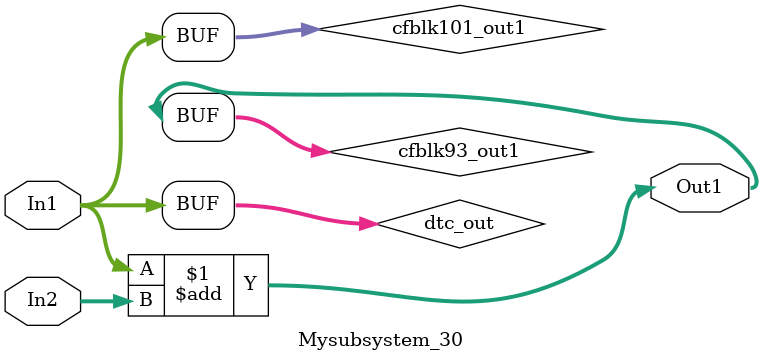
<source format=v>



`timescale 1 ns / 1 ns

module Mysubsystem_30
          (In1,
           In2,
           Out1);


  input   [7:0] In1;  // uint8
  input   [7:0] In2;  // uint8
  output  [7:0] Out1;  // uint8


  wire [7:0] dtc_out;  // ufix8
  wire [7:0] cfblk101_out1;  // uint8
  wire [7:0] cfblk93_out1;  // uint8


  assign dtc_out = In1;



  assign cfblk101_out1 = dtc_out;



  assign cfblk93_out1 = cfblk101_out1 + In2;



  assign Out1 = cfblk93_out1;

endmodule  // Mysubsystem_30


</source>
